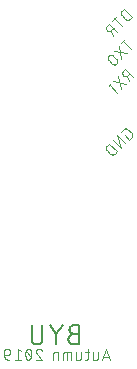
<source format=gbr>
G04 EAGLE Gerber RS-274X export*
G75*
%MOMM*%
%FSLAX34Y34*%
%LPD*%
%INSilkscreen Bottom*%
%IPPOS*%
%AMOC8*
5,1,8,0,0,1.08239X$1,22.5*%
G01*
%ADD10C,0.152400*%
%ADD11C,0.076200*%


D10*
X126238Y187593D02*
X121722Y187593D01*
X121722Y187594D02*
X121589Y187592D01*
X121457Y187586D01*
X121325Y187576D01*
X121193Y187563D01*
X121061Y187545D01*
X120931Y187524D01*
X120800Y187499D01*
X120671Y187470D01*
X120543Y187437D01*
X120415Y187401D01*
X120289Y187361D01*
X120164Y187317D01*
X120040Y187269D01*
X119918Y187218D01*
X119797Y187163D01*
X119678Y187105D01*
X119560Y187043D01*
X119445Y186978D01*
X119331Y186909D01*
X119220Y186838D01*
X119111Y186762D01*
X119004Y186684D01*
X118899Y186603D01*
X118797Y186518D01*
X118697Y186431D01*
X118600Y186341D01*
X118505Y186248D01*
X118414Y186152D01*
X118325Y186054D01*
X118239Y185953D01*
X118156Y185849D01*
X118076Y185743D01*
X118000Y185635D01*
X117926Y185525D01*
X117856Y185412D01*
X117789Y185298D01*
X117726Y185181D01*
X117666Y185063D01*
X117609Y184943D01*
X117556Y184821D01*
X117507Y184698D01*
X117461Y184574D01*
X117419Y184448D01*
X117381Y184321D01*
X117346Y184193D01*
X117315Y184064D01*
X117288Y183935D01*
X117265Y183804D01*
X117245Y183673D01*
X117230Y183541D01*
X117218Y183409D01*
X117210Y183277D01*
X117206Y183144D01*
X117206Y183012D01*
X117210Y182879D01*
X117218Y182747D01*
X117230Y182615D01*
X117245Y182483D01*
X117265Y182352D01*
X117288Y182221D01*
X117315Y182092D01*
X117346Y181963D01*
X117381Y181835D01*
X117419Y181708D01*
X117461Y181582D01*
X117507Y181458D01*
X117556Y181335D01*
X117609Y181213D01*
X117666Y181093D01*
X117726Y180975D01*
X117789Y180858D01*
X117856Y180744D01*
X117926Y180631D01*
X118000Y180521D01*
X118076Y180413D01*
X118156Y180307D01*
X118239Y180203D01*
X118325Y180102D01*
X118414Y180004D01*
X118505Y179908D01*
X118600Y179815D01*
X118697Y179725D01*
X118797Y179638D01*
X118899Y179553D01*
X119004Y179472D01*
X119111Y179394D01*
X119220Y179318D01*
X119331Y179247D01*
X119445Y179178D01*
X119560Y179113D01*
X119678Y179051D01*
X119797Y178993D01*
X119918Y178938D01*
X120040Y178887D01*
X120164Y178839D01*
X120289Y178795D01*
X120415Y178755D01*
X120543Y178719D01*
X120671Y178686D01*
X120800Y178657D01*
X120931Y178632D01*
X121061Y178611D01*
X121193Y178593D01*
X121325Y178580D01*
X121457Y178570D01*
X121589Y178564D01*
X121722Y178562D01*
X126238Y178562D01*
X126238Y194818D01*
X121722Y194818D01*
X121603Y194816D01*
X121483Y194810D01*
X121364Y194800D01*
X121246Y194786D01*
X121127Y194769D01*
X121010Y194747D01*
X120893Y194722D01*
X120778Y194692D01*
X120663Y194659D01*
X120549Y194622D01*
X120437Y194582D01*
X120326Y194537D01*
X120217Y194489D01*
X120109Y194438D01*
X120003Y194383D01*
X119899Y194324D01*
X119797Y194262D01*
X119697Y194197D01*
X119599Y194128D01*
X119503Y194056D01*
X119410Y193981D01*
X119320Y193904D01*
X119232Y193823D01*
X119147Y193739D01*
X119065Y193652D01*
X118985Y193563D01*
X118909Y193471D01*
X118835Y193377D01*
X118765Y193280D01*
X118698Y193182D01*
X118634Y193081D01*
X118574Y192977D01*
X118517Y192872D01*
X118464Y192765D01*
X118414Y192657D01*
X118368Y192547D01*
X118326Y192435D01*
X118287Y192322D01*
X118252Y192208D01*
X118221Y192093D01*
X118193Y191976D01*
X118170Y191859D01*
X118150Y191742D01*
X118134Y191623D01*
X118122Y191504D01*
X118114Y191385D01*
X118110Y191266D01*
X118110Y191146D01*
X118114Y191027D01*
X118122Y190908D01*
X118134Y190789D01*
X118150Y190670D01*
X118170Y190553D01*
X118193Y190436D01*
X118221Y190319D01*
X118252Y190204D01*
X118287Y190090D01*
X118326Y189977D01*
X118368Y189865D01*
X118414Y189755D01*
X118464Y189647D01*
X118517Y189540D01*
X118574Y189435D01*
X118634Y189331D01*
X118698Y189230D01*
X118765Y189132D01*
X118835Y189035D01*
X118909Y188941D01*
X118985Y188849D01*
X119065Y188760D01*
X119147Y188673D01*
X119232Y188589D01*
X119320Y188508D01*
X119410Y188431D01*
X119503Y188356D01*
X119599Y188284D01*
X119697Y188215D01*
X119797Y188150D01*
X119899Y188088D01*
X120003Y188029D01*
X120109Y187974D01*
X120217Y187923D01*
X120326Y187875D01*
X120437Y187830D01*
X120549Y187790D01*
X120663Y187753D01*
X120778Y187720D01*
X120893Y187690D01*
X121010Y187665D01*
X121127Y187643D01*
X121246Y187626D01*
X121364Y187612D01*
X121483Y187602D01*
X121603Y187596D01*
X121722Y187594D01*
X112242Y194818D02*
X106823Y187142D01*
X101405Y194818D01*
X106823Y187142D02*
X106823Y178562D01*
X95186Y183078D02*
X95186Y194818D01*
X95187Y183078D02*
X95185Y182945D01*
X95179Y182813D01*
X95169Y182681D01*
X95156Y182549D01*
X95138Y182417D01*
X95117Y182287D01*
X95092Y182156D01*
X95063Y182027D01*
X95030Y181899D01*
X94994Y181771D01*
X94954Y181645D01*
X94910Y181520D01*
X94862Y181396D01*
X94811Y181274D01*
X94756Y181153D01*
X94698Y181034D01*
X94636Y180916D01*
X94571Y180801D01*
X94502Y180687D01*
X94431Y180576D01*
X94355Y180467D01*
X94277Y180360D01*
X94196Y180255D01*
X94111Y180153D01*
X94024Y180053D01*
X93934Y179956D01*
X93841Y179861D01*
X93745Y179770D01*
X93647Y179681D01*
X93546Y179595D01*
X93442Y179512D01*
X93336Y179432D01*
X93228Y179356D01*
X93118Y179282D01*
X93005Y179212D01*
X92891Y179145D01*
X92774Y179082D01*
X92656Y179022D01*
X92536Y178965D01*
X92414Y178912D01*
X92291Y178863D01*
X92167Y178817D01*
X92041Y178775D01*
X91914Y178737D01*
X91786Y178702D01*
X91657Y178671D01*
X91528Y178644D01*
X91397Y178621D01*
X91266Y178601D01*
X91134Y178586D01*
X91002Y178574D01*
X90870Y178566D01*
X90737Y178562D01*
X90605Y178562D01*
X90472Y178566D01*
X90340Y178574D01*
X90208Y178586D01*
X90076Y178601D01*
X89945Y178621D01*
X89814Y178644D01*
X89685Y178671D01*
X89556Y178702D01*
X89428Y178737D01*
X89301Y178775D01*
X89175Y178817D01*
X89051Y178863D01*
X88928Y178912D01*
X88806Y178965D01*
X88686Y179022D01*
X88568Y179082D01*
X88451Y179145D01*
X88337Y179212D01*
X88224Y179282D01*
X88114Y179356D01*
X88006Y179432D01*
X87900Y179512D01*
X87796Y179595D01*
X87695Y179681D01*
X87597Y179770D01*
X87501Y179861D01*
X87408Y179956D01*
X87318Y180053D01*
X87231Y180153D01*
X87146Y180255D01*
X87065Y180360D01*
X86987Y180467D01*
X86911Y180576D01*
X86840Y180687D01*
X86771Y180801D01*
X86706Y180916D01*
X86644Y181034D01*
X86586Y181153D01*
X86531Y181274D01*
X86480Y181396D01*
X86432Y181520D01*
X86388Y181645D01*
X86348Y181771D01*
X86312Y181899D01*
X86279Y182027D01*
X86250Y182156D01*
X86225Y182287D01*
X86204Y182417D01*
X86186Y182549D01*
X86173Y182681D01*
X86163Y182813D01*
X86157Y182945D01*
X86155Y183078D01*
X86155Y194818D01*
D11*
X148886Y174879D02*
X152019Y165481D01*
X145754Y165481D02*
X148886Y174879D01*
X146537Y167831D02*
X151236Y167831D01*
X142136Y167047D02*
X142136Y171746D01*
X142135Y167047D02*
X142133Y166970D01*
X142127Y166894D01*
X142118Y166817D01*
X142105Y166741D01*
X142088Y166666D01*
X142068Y166592D01*
X142043Y166519D01*
X142016Y166448D01*
X141985Y166377D01*
X141950Y166309D01*
X141912Y166242D01*
X141871Y166177D01*
X141827Y166114D01*
X141780Y166054D01*
X141729Y165995D01*
X141676Y165940D01*
X141621Y165887D01*
X141562Y165836D01*
X141502Y165789D01*
X141439Y165745D01*
X141374Y165704D01*
X141307Y165666D01*
X141239Y165631D01*
X141168Y165600D01*
X141097Y165573D01*
X141024Y165548D01*
X140950Y165528D01*
X140875Y165511D01*
X140799Y165498D01*
X140722Y165489D01*
X140646Y165483D01*
X140569Y165481D01*
X137959Y165481D01*
X137959Y171746D01*
X134675Y171746D02*
X131542Y171746D01*
X133631Y174879D02*
X133631Y167047D01*
X133630Y167047D02*
X133628Y166970D01*
X133622Y166894D01*
X133613Y166817D01*
X133600Y166741D01*
X133583Y166666D01*
X133563Y166592D01*
X133538Y166519D01*
X133511Y166448D01*
X133480Y166377D01*
X133445Y166309D01*
X133407Y166242D01*
X133366Y166177D01*
X133322Y166114D01*
X133275Y166054D01*
X133224Y165995D01*
X133171Y165940D01*
X133116Y165887D01*
X133057Y165836D01*
X132997Y165789D01*
X132934Y165745D01*
X132869Y165704D01*
X132802Y165666D01*
X132734Y165631D01*
X132663Y165600D01*
X132592Y165573D01*
X132519Y165548D01*
X132445Y165528D01*
X132370Y165511D01*
X132294Y165498D01*
X132217Y165489D01*
X132141Y165483D01*
X132064Y165481D01*
X131542Y165481D01*
X127810Y167047D02*
X127810Y171746D01*
X127810Y167047D02*
X127808Y166970D01*
X127802Y166894D01*
X127793Y166817D01*
X127780Y166741D01*
X127763Y166666D01*
X127743Y166592D01*
X127718Y166519D01*
X127691Y166448D01*
X127660Y166377D01*
X127625Y166309D01*
X127587Y166242D01*
X127546Y166177D01*
X127502Y166114D01*
X127455Y166054D01*
X127404Y165995D01*
X127351Y165940D01*
X127296Y165887D01*
X127237Y165836D01*
X127177Y165789D01*
X127114Y165745D01*
X127049Y165704D01*
X126982Y165666D01*
X126914Y165631D01*
X126843Y165600D01*
X126772Y165573D01*
X126699Y165548D01*
X126625Y165528D01*
X126550Y165511D01*
X126474Y165498D01*
X126397Y165489D01*
X126321Y165483D01*
X126244Y165481D01*
X123633Y165481D01*
X123633Y171746D01*
X119101Y171746D02*
X119101Y165481D01*
X119101Y171746D02*
X114402Y171746D01*
X114325Y171744D01*
X114249Y171738D01*
X114172Y171729D01*
X114096Y171716D01*
X114021Y171699D01*
X113947Y171679D01*
X113874Y171654D01*
X113803Y171627D01*
X113732Y171596D01*
X113664Y171561D01*
X113597Y171523D01*
X113532Y171482D01*
X113469Y171438D01*
X113409Y171391D01*
X113350Y171340D01*
X113295Y171287D01*
X113242Y171232D01*
X113191Y171173D01*
X113144Y171113D01*
X113100Y171050D01*
X113059Y170985D01*
X113021Y170918D01*
X112986Y170850D01*
X112955Y170779D01*
X112928Y170708D01*
X112903Y170635D01*
X112883Y170561D01*
X112866Y170486D01*
X112853Y170410D01*
X112844Y170333D01*
X112838Y170257D01*
X112836Y170180D01*
X112835Y170180D02*
X112835Y165481D01*
X115968Y165481D02*
X115968Y171746D01*
X108303Y171746D02*
X108303Y165481D01*
X108303Y171746D02*
X105692Y171746D01*
X105615Y171744D01*
X105539Y171738D01*
X105462Y171729D01*
X105386Y171716D01*
X105312Y171699D01*
X105237Y171679D01*
X105164Y171654D01*
X105093Y171627D01*
X105022Y171596D01*
X104954Y171561D01*
X104887Y171523D01*
X104822Y171482D01*
X104759Y171438D01*
X104699Y171391D01*
X104640Y171340D01*
X104585Y171287D01*
X104532Y171232D01*
X104481Y171173D01*
X104434Y171113D01*
X104390Y171050D01*
X104349Y170985D01*
X104311Y170918D01*
X104276Y170850D01*
X104245Y170779D01*
X104218Y170708D01*
X104193Y170635D01*
X104173Y170561D01*
X104156Y170486D01*
X104143Y170410D01*
X104134Y170334D01*
X104128Y170257D01*
X104126Y170180D01*
X104126Y165481D01*
X92238Y174880D02*
X92143Y174878D01*
X92049Y174872D01*
X91955Y174863D01*
X91861Y174850D01*
X91768Y174833D01*
X91676Y174812D01*
X91584Y174787D01*
X91494Y174759D01*
X91405Y174727D01*
X91317Y174692D01*
X91231Y174653D01*
X91146Y174611D01*
X91063Y174565D01*
X90982Y174516D01*
X90903Y174464D01*
X90826Y174409D01*
X90752Y174350D01*
X90680Y174289D01*
X90610Y174225D01*
X90543Y174158D01*
X90479Y174088D01*
X90418Y174016D01*
X90359Y173942D01*
X90304Y173865D01*
X90252Y173786D01*
X90203Y173705D01*
X90157Y173622D01*
X90115Y173537D01*
X90076Y173451D01*
X90041Y173363D01*
X90009Y173274D01*
X89981Y173184D01*
X89956Y173092D01*
X89935Y173000D01*
X89918Y172907D01*
X89905Y172813D01*
X89896Y172719D01*
X89890Y172625D01*
X89888Y172530D01*
X92238Y174879D02*
X92346Y174877D01*
X92455Y174871D01*
X92563Y174861D01*
X92670Y174848D01*
X92777Y174830D01*
X92884Y174809D01*
X92989Y174784D01*
X93094Y174755D01*
X93197Y174723D01*
X93299Y174686D01*
X93400Y174646D01*
X93499Y174603D01*
X93597Y174556D01*
X93693Y174505D01*
X93787Y174451D01*
X93879Y174394D01*
X93969Y174333D01*
X94057Y174269D01*
X94142Y174203D01*
X94225Y174133D01*
X94305Y174060D01*
X94383Y173984D01*
X94458Y173906D01*
X94530Y173825D01*
X94599Y173741D01*
X94665Y173655D01*
X94728Y173567D01*
X94787Y173476D01*
X94844Y173384D01*
X94897Y173289D01*
X94946Y173192D01*
X94992Y173094D01*
X95035Y172995D01*
X95074Y172893D01*
X95109Y172791D01*
X90671Y170702D02*
X90602Y170771D01*
X90536Y170842D01*
X90472Y170915D01*
X90411Y170991D01*
X90353Y171070D01*
X90299Y171150D01*
X90247Y171233D01*
X90199Y171317D01*
X90153Y171403D01*
X90112Y171491D01*
X90073Y171581D01*
X90038Y171672D01*
X90007Y171764D01*
X89979Y171857D01*
X89955Y171951D01*
X89935Y172046D01*
X89918Y172142D01*
X89905Y172239D01*
X89896Y172336D01*
X89890Y172433D01*
X89888Y172530D01*
X90671Y170702D02*
X95109Y165481D01*
X89888Y165481D01*
X85966Y170180D02*
X85964Y170365D01*
X85957Y170550D01*
X85946Y170734D01*
X85931Y170918D01*
X85911Y171102D01*
X85887Y171286D01*
X85858Y171468D01*
X85825Y171650D01*
X85788Y171831D01*
X85746Y172011D01*
X85700Y172191D01*
X85650Y172369D01*
X85596Y172545D01*
X85537Y172721D01*
X85475Y172895D01*
X85408Y173067D01*
X85337Y173238D01*
X85262Y173407D01*
X85183Y173574D01*
X85153Y173654D01*
X85120Y173733D01*
X85083Y173810D01*
X85043Y173886D01*
X85000Y173960D01*
X84954Y174032D01*
X84904Y174101D01*
X84852Y174169D01*
X84796Y174234D01*
X84738Y174297D01*
X84676Y174356D01*
X84613Y174414D01*
X84546Y174468D01*
X84478Y174519D01*
X84407Y174567D01*
X84334Y174612D01*
X84260Y174654D01*
X84183Y174692D01*
X84105Y174727D01*
X84026Y174759D01*
X83945Y174787D01*
X83863Y174811D01*
X83779Y174832D01*
X83696Y174849D01*
X83611Y174862D01*
X83526Y174871D01*
X83441Y174877D01*
X83355Y174879D01*
X83269Y174877D01*
X83184Y174871D01*
X83099Y174862D01*
X83014Y174849D01*
X82931Y174832D01*
X82847Y174811D01*
X82765Y174787D01*
X82685Y174759D01*
X82605Y174727D01*
X82527Y174692D01*
X82450Y174654D01*
X82376Y174612D01*
X82303Y174567D01*
X82232Y174519D01*
X82164Y174468D01*
X82097Y174414D01*
X82034Y174356D01*
X81973Y174297D01*
X81914Y174234D01*
X81859Y174169D01*
X81806Y174101D01*
X81756Y174032D01*
X81710Y173960D01*
X81667Y173886D01*
X81627Y173810D01*
X81590Y173733D01*
X81557Y173654D01*
X81527Y173574D01*
X81448Y173407D01*
X81373Y173238D01*
X81302Y173067D01*
X81235Y172895D01*
X81173Y172721D01*
X81114Y172545D01*
X81060Y172369D01*
X81010Y172191D01*
X80964Y172011D01*
X80922Y171831D01*
X80885Y171650D01*
X80852Y171468D01*
X80823Y171286D01*
X80799Y171102D01*
X80779Y170918D01*
X80764Y170734D01*
X80753Y170550D01*
X80746Y170365D01*
X80744Y170180D01*
X85965Y170180D02*
X85963Y169995D01*
X85956Y169810D01*
X85945Y169626D01*
X85930Y169442D01*
X85910Y169258D01*
X85886Y169074D01*
X85857Y168892D01*
X85824Y168710D01*
X85787Y168529D01*
X85745Y168349D01*
X85699Y168169D01*
X85649Y167991D01*
X85595Y167815D01*
X85536Y167639D01*
X85474Y167465D01*
X85407Y167293D01*
X85336Y167122D01*
X85261Y166953D01*
X85182Y166786D01*
X85183Y166786D02*
X85153Y166706D01*
X85120Y166627D01*
X85083Y166550D01*
X85043Y166474D01*
X85000Y166400D01*
X84954Y166328D01*
X84904Y166259D01*
X84851Y166191D01*
X84796Y166126D01*
X84737Y166063D01*
X84676Y166004D01*
X84613Y165946D01*
X84546Y165892D01*
X84478Y165841D01*
X84407Y165793D01*
X84334Y165748D01*
X84260Y165706D01*
X84183Y165668D01*
X84105Y165633D01*
X84026Y165601D01*
X83945Y165573D01*
X83863Y165549D01*
X83779Y165528D01*
X83696Y165511D01*
X83611Y165498D01*
X83526Y165489D01*
X83441Y165483D01*
X83355Y165481D01*
X81527Y166786D02*
X81448Y166953D01*
X81373Y167122D01*
X81302Y167293D01*
X81235Y167465D01*
X81173Y167639D01*
X81114Y167815D01*
X81060Y167991D01*
X81010Y168169D01*
X80964Y168349D01*
X80922Y168529D01*
X80885Y168710D01*
X80852Y168892D01*
X80823Y169074D01*
X80799Y169258D01*
X80779Y169442D01*
X80764Y169626D01*
X80753Y169810D01*
X80746Y169995D01*
X80744Y170180D01*
X81527Y166786D02*
X81557Y166706D01*
X81590Y166627D01*
X81627Y166550D01*
X81667Y166474D01*
X81710Y166400D01*
X81756Y166328D01*
X81806Y166259D01*
X81859Y166191D01*
X81914Y166126D01*
X81973Y166063D01*
X82034Y166004D01*
X82097Y165946D01*
X82164Y165892D01*
X82232Y165841D01*
X82303Y165793D01*
X82376Y165748D01*
X82450Y165706D01*
X82527Y165668D01*
X82605Y165633D01*
X82685Y165601D01*
X82765Y165573D01*
X82847Y165549D01*
X82931Y165528D01*
X83014Y165511D01*
X83099Y165498D01*
X83184Y165489D01*
X83269Y165483D01*
X83355Y165481D01*
X85443Y167569D02*
X81266Y172791D01*
X76821Y172791D02*
X74211Y174879D01*
X74211Y165481D01*
X76821Y165481D02*
X71600Y165481D01*
X65589Y169658D02*
X62456Y169658D01*
X65589Y169658D02*
X65678Y169660D01*
X65766Y169666D01*
X65854Y169675D01*
X65942Y169688D01*
X66029Y169705D01*
X66115Y169725D01*
X66200Y169750D01*
X66285Y169777D01*
X66368Y169809D01*
X66449Y169843D01*
X66529Y169882D01*
X66607Y169923D01*
X66684Y169968D01*
X66758Y170016D01*
X66831Y170067D01*
X66901Y170121D01*
X66968Y170179D01*
X67034Y170239D01*
X67096Y170301D01*
X67156Y170367D01*
X67214Y170434D01*
X67268Y170504D01*
X67319Y170577D01*
X67367Y170651D01*
X67412Y170728D01*
X67453Y170806D01*
X67492Y170886D01*
X67526Y170967D01*
X67558Y171050D01*
X67585Y171135D01*
X67610Y171220D01*
X67630Y171306D01*
X67647Y171393D01*
X67660Y171481D01*
X67669Y171569D01*
X67675Y171657D01*
X67677Y171746D01*
X67677Y172268D01*
X67678Y172268D02*
X67676Y172369D01*
X67670Y172470D01*
X67660Y172571D01*
X67647Y172671D01*
X67629Y172771D01*
X67608Y172870D01*
X67582Y172968D01*
X67553Y173065D01*
X67521Y173161D01*
X67484Y173255D01*
X67444Y173348D01*
X67400Y173440D01*
X67353Y173529D01*
X67302Y173617D01*
X67248Y173703D01*
X67191Y173786D01*
X67131Y173868D01*
X67067Y173946D01*
X67001Y174023D01*
X66931Y174096D01*
X66859Y174167D01*
X66784Y174235D01*
X66706Y174300D01*
X66626Y174362D01*
X66544Y174421D01*
X66459Y174477D01*
X66373Y174529D01*
X66284Y174578D01*
X66193Y174624D01*
X66101Y174665D01*
X66007Y174704D01*
X65912Y174738D01*
X65816Y174769D01*
X65718Y174796D01*
X65620Y174820D01*
X65520Y174839D01*
X65420Y174855D01*
X65320Y174867D01*
X65219Y174875D01*
X65118Y174879D01*
X65016Y174879D01*
X64915Y174875D01*
X64814Y174867D01*
X64714Y174855D01*
X64614Y174839D01*
X64514Y174820D01*
X64416Y174796D01*
X64318Y174769D01*
X64222Y174738D01*
X64127Y174704D01*
X64033Y174665D01*
X63941Y174624D01*
X63850Y174578D01*
X63762Y174529D01*
X63675Y174477D01*
X63590Y174421D01*
X63508Y174362D01*
X63428Y174300D01*
X63350Y174235D01*
X63275Y174167D01*
X63203Y174096D01*
X63133Y174023D01*
X63067Y173946D01*
X63003Y173868D01*
X62943Y173786D01*
X62886Y173703D01*
X62832Y173617D01*
X62781Y173529D01*
X62734Y173440D01*
X62690Y173348D01*
X62650Y173255D01*
X62613Y173161D01*
X62581Y173065D01*
X62552Y172968D01*
X62526Y172870D01*
X62505Y172771D01*
X62487Y172671D01*
X62474Y172571D01*
X62464Y172470D01*
X62458Y172369D01*
X62456Y172268D01*
X62456Y169658D01*
X62458Y169532D01*
X62464Y169406D01*
X62473Y169280D01*
X62486Y169155D01*
X62504Y169030D01*
X62524Y168905D01*
X62549Y168781D01*
X62577Y168658D01*
X62609Y168536D01*
X62645Y168415D01*
X62684Y168295D01*
X62727Y168177D01*
X62774Y168060D01*
X62824Y167944D01*
X62878Y167829D01*
X62934Y167717D01*
X62995Y167606D01*
X63058Y167497D01*
X63125Y167390D01*
X63195Y167285D01*
X63269Y167182D01*
X63345Y167082D01*
X63424Y166984D01*
X63506Y166888D01*
X63592Y166795D01*
X63679Y166704D01*
X63770Y166617D01*
X63863Y166531D01*
X63959Y166449D01*
X64057Y166370D01*
X64157Y166294D01*
X64260Y166220D01*
X64365Y166150D01*
X64472Y166083D01*
X64581Y166020D01*
X64692Y165959D01*
X64804Y165903D01*
X64919Y165849D01*
X65035Y165799D01*
X65152Y165752D01*
X65270Y165709D01*
X65390Y165670D01*
X65511Y165634D01*
X65633Y165602D01*
X65756Y165574D01*
X65880Y165549D01*
X66005Y165529D01*
X66130Y165511D01*
X66255Y165498D01*
X66381Y165489D01*
X66507Y165483D01*
X66633Y165481D01*
X170335Y428684D02*
X163690Y435329D01*
X165536Y437175D02*
X161844Y433483D01*
X155440Y427080D02*
X166516Y424864D01*
X162086Y420434D02*
X159870Y431510D01*
X154881Y422829D02*
X157835Y419875D01*
X154881Y422829D02*
X154808Y422899D01*
X154733Y422967D01*
X154654Y423031D01*
X154574Y423092D01*
X154491Y423150D01*
X154406Y423205D01*
X154319Y423257D01*
X154229Y423305D01*
X154138Y423349D01*
X154046Y423390D01*
X153952Y423428D01*
X153856Y423461D01*
X153760Y423491D01*
X153662Y423518D01*
X153563Y423540D01*
X153463Y423559D01*
X153363Y423573D01*
X153263Y423584D01*
X153162Y423591D01*
X153060Y423594D01*
X152959Y423593D01*
X152858Y423588D01*
X152757Y423579D01*
X152657Y423566D01*
X152557Y423550D01*
X152458Y423529D01*
X152359Y423505D01*
X152262Y423477D01*
X152166Y423445D01*
X152071Y423410D01*
X151978Y423370D01*
X151886Y423328D01*
X151796Y423281D01*
X151708Y423231D01*
X151621Y423178D01*
X151537Y423122D01*
X151456Y423062D01*
X151376Y422999D01*
X151299Y422933D01*
X151225Y422865D01*
X151153Y422793D01*
X151085Y422719D01*
X151019Y422642D01*
X150956Y422562D01*
X150896Y422481D01*
X150840Y422397D01*
X150787Y422310D01*
X150737Y422222D01*
X150690Y422132D01*
X150648Y422040D01*
X150608Y421947D01*
X150573Y421852D01*
X150541Y421756D01*
X150513Y421659D01*
X150489Y421560D01*
X150468Y421461D01*
X150452Y421361D01*
X150439Y421261D01*
X150430Y421160D01*
X150425Y421059D01*
X150424Y420958D01*
X150427Y420856D01*
X150434Y420755D01*
X150445Y420655D01*
X150459Y420555D01*
X150478Y420455D01*
X150500Y420356D01*
X150527Y420258D01*
X150557Y420162D01*
X150590Y420066D01*
X150628Y419972D01*
X150669Y419880D01*
X150713Y419789D01*
X150761Y419699D01*
X150813Y419612D01*
X150868Y419527D01*
X150926Y419444D01*
X150987Y419364D01*
X151051Y419285D01*
X151119Y419210D01*
X151189Y419137D01*
X151190Y419137D02*
X154143Y416184D01*
X154143Y416183D02*
X154216Y416113D01*
X154291Y416045D01*
X154370Y415981D01*
X154450Y415920D01*
X154533Y415862D01*
X154618Y415807D01*
X154705Y415755D01*
X154795Y415707D01*
X154886Y415663D01*
X154978Y415622D01*
X155072Y415584D01*
X155168Y415551D01*
X155264Y415521D01*
X155362Y415494D01*
X155461Y415472D01*
X155561Y415453D01*
X155661Y415439D01*
X155761Y415428D01*
X155862Y415421D01*
X155964Y415418D01*
X156065Y415419D01*
X156166Y415424D01*
X156267Y415433D01*
X156367Y415446D01*
X156467Y415462D01*
X156566Y415483D01*
X156665Y415507D01*
X156762Y415535D01*
X156858Y415567D01*
X156953Y415602D01*
X157046Y415642D01*
X157138Y415684D01*
X157228Y415731D01*
X157316Y415781D01*
X157403Y415834D01*
X157487Y415890D01*
X157568Y415950D01*
X157648Y416013D01*
X157725Y416079D01*
X157799Y416147D01*
X157871Y416219D01*
X157939Y416293D01*
X158005Y416370D01*
X158068Y416450D01*
X158128Y416531D01*
X158184Y416615D01*
X158237Y416702D01*
X158287Y416790D01*
X158334Y416880D01*
X158376Y416972D01*
X158416Y417065D01*
X158451Y417160D01*
X158483Y417256D01*
X158511Y417353D01*
X158535Y417452D01*
X158556Y417551D01*
X158572Y417651D01*
X158585Y417751D01*
X158594Y417852D01*
X158599Y417953D01*
X158600Y418054D01*
X158597Y418156D01*
X158590Y418257D01*
X158579Y418357D01*
X158565Y418457D01*
X158546Y418557D01*
X158524Y418656D01*
X158497Y418754D01*
X158467Y418850D01*
X158434Y418946D01*
X158396Y419040D01*
X158355Y419132D01*
X158311Y419223D01*
X158263Y419313D01*
X158211Y419400D01*
X158156Y419485D01*
X158098Y419568D01*
X158037Y419648D01*
X157973Y419727D01*
X157905Y419802D01*
X157835Y419875D01*
X165536Y411775D02*
X172181Y405130D01*
X165536Y411775D02*
X163690Y409929D01*
X163620Y409856D01*
X163552Y409781D01*
X163488Y409702D01*
X163427Y409622D01*
X163369Y409539D01*
X163314Y409454D01*
X163262Y409367D01*
X163214Y409277D01*
X163170Y409186D01*
X163129Y409094D01*
X163091Y409000D01*
X163058Y408904D01*
X163028Y408808D01*
X163001Y408710D01*
X162979Y408611D01*
X162960Y408511D01*
X162946Y408411D01*
X162935Y408311D01*
X162928Y408210D01*
X162925Y408108D01*
X162926Y408007D01*
X162931Y407906D01*
X162940Y407805D01*
X162953Y407705D01*
X162969Y407605D01*
X162990Y407506D01*
X163014Y407407D01*
X163042Y407310D01*
X163074Y407214D01*
X163109Y407119D01*
X163149Y407026D01*
X163191Y406934D01*
X163238Y406844D01*
X163288Y406756D01*
X163341Y406669D01*
X163397Y406585D01*
X163457Y406504D01*
X163520Y406424D01*
X163586Y406347D01*
X163654Y406273D01*
X163726Y406201D01*
X163800Y406133D01*
X163877Y406067D01*
X163957Y406004D01*
X164038Y405944D01*
X164122Y405888D01*
X164209Y405835D01*
X164297Y405785D01*
X164387Y405738D01*
X164479Y405696D01*
X164572Y405656D01*
X164667Y405621D01*
X164763Y405589D01*
X164860Y405561D01*
X164959Y405537D01*
X165058Y405516D01*
X165158Y405500D01*
X165258Y405487D01*
X165359Y405478D01*
X165460Y405473D01*
X165561Y405472D01*
X165663Y405475D01*
X165764Y405482D01*
X165864Y405493D01*
X165964Y405507D01*
X166064Y405526D01*
X166163Y405548D01*
X166261Y405575D01*
X166357Y405605D01*
X166453Y405638D01*
X166547Y405676D01*
X166639Y405717D01*
X166730Y405761D01*
X166820Y405809D01*
X166907Y405861D01*
X166992Y405916D01*
X167075Y405974D01*
X167155Y406035D01*
X167234Y406099D01*
X167309Y406167D01*
X167382Y406237D01*
X167382Y406238D02*
X169228Y408083D01*
X167013Y405868D02*
X168489Y401438D01*
X166125Y399074D02*
X155049Y401289D01*
X159480Y405719D02*
X161695Y394644D01*
X158737Y391686D02*
X152092Y398331D01*
X157999Y390948D02*
X159476Y392424D01*
X152830Y399070D02*
X151354Y397593D01*
X170911Y455930D02*
X164266Y462575D01*
X162420Y460729D01*
X162350Y460657D01*
X162284Y460583D01*
X162220Y460505D01*
X162160Y460426D01*
X162102Y460344D01*
X162048Y460260D01*
X161997Y460174D01*
X161949Y460086D01*
X161904Y459997D01*
X161863Y459905D01*
X161826Y459812D01*
X161792Y459718D01*
X161762Y459623D01*
X161736Y459527D01*
X161713Y459429D01*
X161694Y459331D01*
X161678Y459232D01*
X161667Y459133D01*
X161659Y459033D01*
X161655Y458933D01*
X161655Y458833D01*
X161659Y458733D01*
X161667Y458633D01*
X161678Y458534D01*
X161694Y458435D01*
X161713Y458337D01*
X161736Y458239D01*
X161762Y458143D01*
X161792Y458048D01*
X161826Y457954D01*
X161863Y457861D01*
X161904Y457769D01*
X161949Y457680D01*
X161997Y457592D01*
X162048Y457506D01*
X162102Y457422D01*
X162160Y457340D01*
X162220Y457261D01*
X162284Y457183D01*
X162350Y457109D01*
X162420Y457037D01*
X162420Y457038D02*
X165373Y454084D01*
X165445Y454014D01*
X165519Y453948D01*
X165597Y453884D01*
X165676Y453824D01*
X165758Y453766D01*
X165842Y453712D01*
X165928Y453661D01*
X166016Y453613D01*
X166105Y453568D01*
X166197Y453527D01*
X166290Y453490D01*
X166384Y453456D01*
X166479Y453426D01*
X166575Y453400D01*
X166673Y453377D01*
X166771Y453358D01*
X166870Y453342D01*
X166969Y453331D01*
X167069Y453323D01*
X167169Y453319D01*
X167269Y453319D01*
X167369Y453323D01*
X167469Y453331D01*
X167568Y453342D01*
X167667Y453358D01*
X167765Y453377D01*
X167863Y453400D01*
X167959Y453426D01*
X168054Y453456D01*
X168148Y453490D01*
X168241Y453527D01*
X168333Y453568D01*
X168422Y453613D01*
X168510Y453661D01*
X168596Y453712D01*
X168680Y453766D01*
X168762Y453824D01*
X168841Y453884D01*
X168919Y453948D01*
X168993Y454014D01*
X169065Y454084D01*
X170911Y455930D01*
X162815Y447834D02*
X156170Y454479D01*
X158016Y456325D02*
X154324Y452633D01*
X151725Y450034D02*
X158370Y443389D01*
X151725Y450034D02*
X149879Y448189D01*
X149809Y448116D01*
X149741Y448041D01*
X149677Y447962D01*
X149616Y447882D01*
X149558Y447799D01*
X149503Y447714D01*
X149451Y447627D01*
X149403Y447537D01*
X149359Y447446D01*
X149318Y447354D01*
X149280Y447260D01*
X149247Y447164D01*
X149217Y447068D01*
X149190Y446970D01*
X149168Y446871D01*
X149149Y446771D01*
X149135Y446671D01*
X149124Y446571D01*
X149117Y446470D01*
X149114Y446368D01*
X149115Y446267D01*
X149120Y446166D01*
X149129Y446065D01*
X149142Y445965D01*
X149158Y445865D01*
X149179Y445766D01*
X149203Y445667D01*
X149231Y445570D01*
X149263Y445474D01*
X149298Y445379D01*
X149338Y445286D01*
X149380Y445194D01*
X149427Y445104D01*
X149477Y445016D01*
X149530Y444929D01*
X149586Y444845D01*
X149646Y444764D01*
X149709Y444684D01*
X149775Y444607D01*
X149843Y444533D01*
X149915Y444461D01*
X149989Y444393D01*
X150066Y444327D01*
X150146Y444264D01*
X150227Y444204D01*
X150311Y444148D01*
X150398Y444095D01*
X150486Y444045D01*
X150576Y443998D01*
X150668Y443956D01*
X150761Y443916D01*
X150856Y443881D01*
X150952Y443849D01*
X151049Y443821D01*
X151148Y443797D01*
X151247Y443776D01*
X151347Y443760D01*
X151447Y443747D01*
X151548Y443738D01*
X151649Y443733D01*
X151750Y443732D01*
X151852Y443735D01*
X151953Y443742D01*
X152053Y443753D01*
X152153Y443767D01*
X152253Y443786D01*
X152352Y443808D01*
X152450Y443835D01*
X152546Y443865D01*
X152642Y443898D01*
X152736Y443936D01*
X152828Y443977D01*
X152919Y444021D01*
X153009Y444069D01*
X153096Y444121D01*
X153181Y444176D01*
X153264Y444234D01*
X153344Y444295D01*
X153423Y444359D01*
X153498Y444427D01*
X153571Y444497D01*
X155417Y446343D01*
X153202Y444127D02*
X154679Y439697D01*
X165905Y356708D02*
X164797Y355600D01*
X168489Y351908D01*
X170704Y354123D01*
X170704Y354124D02*
X170766Y354188D01*
X170824Y354254D01*
X170880Y354323D01*
X170933Y354394D01*
X170982Y354468D01*
X171029Y354543D01*
X171072Y354621D01*
X171112Y354700D01*
X171148Y354781D01*
X171182Y354863D01*
X171211Y354946D01*
X171237Y355031D01*
X171259Y355117D01*
X171278Y355204D01*
X171293Y355291D01*
X171304Y355379D01*
X171312Y355467D01*
X171316Y355556D01*
X171316Y355644D01*
X171312Y355733D01*
X171304Y355821D01*
X171293Y355909D01*
X171278Y355996D01*
X171259Y356083D01*
X171237Y356169D01*
X171211Y356254D01*
X171182Y356337D01*
X171148Y356419D01*
X171112Y356500D01*
X171072Y356579D01*
X171029Y356657D01*
X170982Y356732D01*
X170933Y356806D01*
X170880Y356877D01*
X170824Y356946D01*
X170766Y357012D01*
X170704Y357076D01*
X170704Y357077D02*
X167013Y360769D01*
X166947Y360832D01*
X166879Y360892D01*
X166808Y360949D01*
X166734Y361003D01*
X166658Y361054D01*
X166581Y361101D01*
X166501Y361145D01*
X166419Y361185D01*
X166335Y361222D01*
X166251Y361255D01*
X166164Y361284D01*
X166077Y361310D01*
X165988Y361331D01*
X165899Y361349D01*
X165809Y361363D01*
X165718Y361373D01*
X165627Y361379D01*
X165536Y361381D01*
X165445Y361379D01*
X165354Y361373D01*
X165263Y361363D01*
X165173Y361349D01*
X165084Y361331D01*
X164995Y361310D01*
X164908Y361284D01*
X164822Y361255D01*
X164737Y361222D01*
X164653Y361185D01*
X164571Y361145D01*
X164492Y361101D01*
X164414Y361054D01*
X164338Y361003D01*
X164264Y360949D01*
X164193Y360892D01*
X164125Y360832D01*
X164059Y360769D01*
X161844Y358553D01*
X158639Y355348D02*
X165284Y348703D01*
X161593Y345011D02*
X158639Y355348D01*
X154947Y351657D02*
X161593Y345011D01*
X158388Y341806D02*
X151742Y348452D01*
X149896Y346606D01*
X149826Y346534D01*
X149760Y346460D01*
X149696Y346382D01*
X149636Y346303D01*
X149578Y346221D01*
X149524Y346137D01*
X149473Y346051D01*
X149425Y345963D01*
X149380Y345874D01*
X149339Y345782D01*
X149302Y345689D01*
X149268Y345595D01*
X149238Y345500D01*
X149212Y345404D01*
X149189Y345306D01*
X149170Y345208D01*
X149154Y345109D01*
X149143Y345010D01*
X149135Y344910D01*
X149131Y344810D01*
X149131Y344710D01*
X149135Y344610D01*
X149143Y344510D01*
X149154Y344411D01*
X149170Y344312D01*
X149189Y344214D01*
X149212Y344116D01*
X149238Y344020D01*
X149268Y343925D01*
X149302Y343831D01*
X149339Y343738D01*
X149380Y343646D01*
X149425Y343557D01*
X149473Y343469D01*
X149524Y343383D01*
X149578Y343299D01*
X149636Y343217D01*
X149696Y343138D01*
X149760Y343060D01*
X149826Y342986D01*
X149896Y342914D01*
X152850Y339960D01*
X152922Y339890D01*
X152996Y339824D01*
X153074Y339760D01*
X153153Y339700D01*
X153235Y339642D01*
X153319Y339588D01*
X153405Y339537D01*
X153493Y339489D01*
X153582Y339444D01*
X153674Y339403D01*
X153767Y339366D01*
X153861Y339332D01*
X153956Y339302D01*
X154052Y339276D01*
X154150Y339253D01*
X154248Y339234D01*
X154347Y339218D01*
X154446Y339207D01*
X154546Y339199D01*
X154646Y339195D01*
X154746Y339195D01*
X154846Y339199D01*
X154946Y339207D01*
X155045Y339218D01*
X155144Y339234D01*
X155242Y339253D01*
X155340Y339276D01*
X155436Y339302D01*
X155531Y339332D01*
X155625Y339366D01*
X155718Y339403D01*
X155810Y339444D01*
X155899Y339489D01*
X155987Y339537D01*
X156073Y339588D01*
X156157Y339642D01*
X156239Y339700D01*
X156318Y339760D01*
X156396Y339824D01*
X156470Y339890D01*
X156542Y339960D01*
X158388Y341806D01*
M02*

</source>
